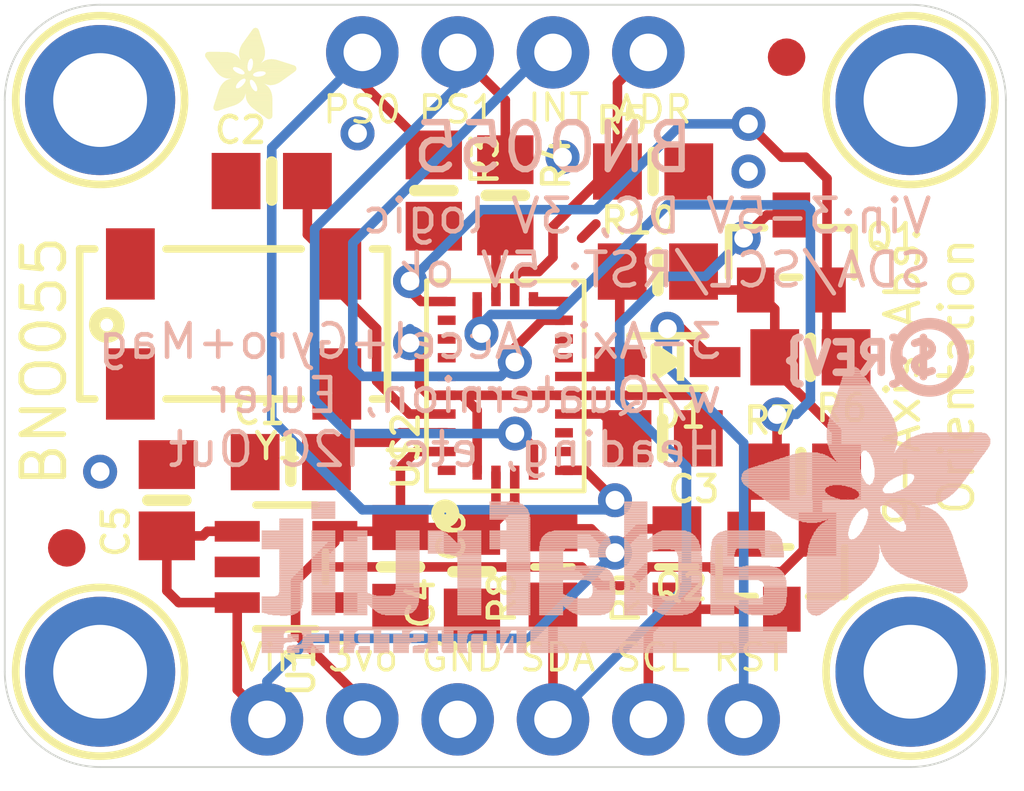
<source format=kicad_pcb>
(kicad_pcb (version 20240108) (generator "pcbnew") (generator_version "8.0")
  (layers (0 "F.Cu" signal) (31 "B.Cu" signal) (34 "B.Paste" user) (35 "F.Paste" user) (36 "B.SilkS" user "B.Silkscreen") (37 "F.SilkS" user "F.Silkscreen") (38 "B.Mask" user) (39 "F.Mask" user) (44 "Edge.Cuts" user))
  (net 0 "")
  (net 1 "PS1_3V")
  (net 2 "PS0_3V")
  (net 3 "NRESET_3V")
  (net 4 "INT_3V")
  (net 5 "GND")
  (net 6 "I2CADDR_3V")
  (net 7 "SDA_3V")
  (net 8 "SCL_3V")
  (net 9 "N$1")
  (net 10 "N$2")
  (net 11 "N$3")
  (net 12 "5.0V")
  (net 13 "SDA_5V")
  (net 14 "SCL_5V")
  (net 15 "3.3V")
  (net 16 "RST_5V")
  (footprint "Adafruit BNO055:_0805MP" (layer "F.Cu") (at 153.0731 109.8296 90)
    (property "Reference" "R9" (at -1.5875 -0.9525 90) (layer "F.SilkS") (effects (font (size 0.692831 0.692831) (thickness 0.119969)) (justify left bottom)))
    (property "Value" "10K")
    (pad "1" smd rect (at -1.016 0 90) (size 1.2 1.3) (layers "F.Cu" "F.Paste" "F.Mask") (net 14 "SCL_5V"))
    (pad "2" smd rect (at 1.016 0 90) (size 1.2 1.3) (layers "F.Cu" "F.Paste" "F.Mask") (net 12 "5.0V"))
  )
  (footprint "Adafruit BNO055:ADAFRUIT_2.5MM" (layer "F.Cu") (at 140.5001 97.8916)
    (property "Reference" "U$33" (hide yes))
    (property "Value" "" (hide yes))
  )
  (footprint "Adafruit BNO055:MOUNTINGHOLE_2.5_PLATED_THICK" (layer "F.Cu") (at 137.7061 97.3836)
    (property "Reference" "U$29" (hide yes))
    (property "Value" "MOUNTINGHOLE2.5_THICK" (hide yes))
    (pad "P$1" thru_hole circle (at 0 0) (size 4 4) (drill 2.5) (layers "*.Cu" "*.Mask"))
  )
  (footprint "Adafruit BNO055:SOT23-WIDE" (layer "F.Cu") (at 156.1211 101.4476)
    (property "Reference" "Q1" (at 1.905 0 0) (layer "F.SilkS") (effects (font (size 0.692831 0.692831) (thickness 0.119969)) (justify left bottom)))
    (property "Value" "BSS138")
    (pad "1" smd rect (at -0.95 1) (size 1 1.2) (layers "F.Cu" "F.Paste" "F.Mask") (net 15 "3.3V"))
    (pad "2" smd rect (at 0.95 1) (size 1 1.2) (layers "F.Cu" "F.Paste" "F.Mask") (net 7 "SDA_3V"))
    (pad "3" smd rect (at 0 -1) (size 1 1.2) (layers "F.Cu" "F.Paste" "F.Mask") (net 13 "SDA_5V"))
  )
  (footprint "Adafruit BNO055:1X04_ROUND_76" (layer "F.Cu") (at 148.5011 96.1136)
    (property "Reference" "JP2" (hide yes))
    (property "Value" "")
    (pad "1" thru_hole circle (at -3.81 0 90) (size 1.9304 1.9304) (drill 1) (layers "*.Cu" "*.Mask") (net 2 "PS0_3V"))
    (pad "2" thru_hole circle (at -1.27 0 90) (size 1.9304 1.9304) (drill 1) (layers "*.Cu" "*.Mask") (net 1 "PS1_3V"))
    (pad "3" thru_hole circle (at 1.27 0 90) (size 1.9304 1.9304) (drill 1) (layers "*.Cu" "*.Mask") (net 4 "INT_3V"))
    (pad "4" thru_hole circle (at 3.81 0 90) (size 1.9304 1.9304) (drill 1) (layers "*.Cu" "*.Mask") (net 6 "I2CADDR_3V"))
  )
  (footprint "Adafruit BNO055:CRYSTAL_8X3.8" (layer "F.Cu") (at 141.2621 103.3526 180)
    (property "Reference" "Y1" (at -1.9 -2.854 0) (layer "F.SilkS") (effects (font (size 0.692831 0.692831) (thickness 0.119969)) (justify right top)))
    (property "Value" "32.768kHz")
    (pad "P$1" smd rect (at -2.75 1.6 180) (size 1.3 1.9) (layers "F.Cu" "F.Paste" "F.Mask") (net 10 "N$2"))
    (pad "P$2" smd rect (at 2.75 1.6 180) (size 1.3 1.9) (layers "F.Cu" "F.Paste" "F.Mask"))
    (pad "P$3" smd rect (at 2.75 -1.6 180) (size 1.3 1.9) (layers "F.Cu" "F.Paste" "F.Mask"))
    (pad "P$4" smd rect (at -2.75 -1.6 180) (size 1.3 1.9) (layers "F.Cu" "F.Paste" "F.Mask") (net 9 "N$1"))
  )
  (footprint "Adafruit BNO055:0805-NO" (layer "F.Cu") (at 142.2781 99.5426)
    (property "Reference" "C2" (at -1.5875 -0.9525 0) (layer "F.SilkS") (effects (font (size 0.692831 0.692831) (thickness 0.119969)) (justify left bottom)))
    (property "Value" "22pF")
    (pad "1" smd rect (at -0.95 0) (size 1.3 1.5) (layers "F.Cu" "F.Paste" "F.Mask") (net 5 "GND"))
    (pad "2" smd rect (at 0.95 0) (size 1.3 1.5) (layers "F.Cu" "F.Paste" "F.Mask") (net 10 "N$2"))
  )
  (footprint "Adafruit BNO055:MOUNTINGHOLE_2.5_PLATED_THICK" (layer "F.Cu") (at 159.2961 97.3836)
    (property "Reference" "U$31" (hide yes))
    (property "Value" "MOUNTINGHOLE2.5_THICK" (hide yes))
    (pad "P$1" thru_hole circle (at 0 0) (size 4 4) (drill 2.5) (layers "*.Cu" "*.Mask"))
  )
  (footprint "Adafruit BNO055:0805-NO" (layer "F.Cu") (at 148.5011 99.9236 -90)
    (property "Reference" "R4" (at -1.5875 -0.9525 90) (layer "F.SilkS") (effects (font (size 0.692831 0.692831) (thickness 0.119969)) (justify right top)))
    (property "Value" "10K")
    (pad "1" smd rect (at -0.95 0 270) (size 1.3 1.5) (layers "F.Cu" "F.Paste" "F.Mask") (net 1 "PS1_3V"))
    (pad "2" smd rect (at 0.95 0 270) (size 1.3 1.5) (layers "F.Cu" "F.Paste" "F.Mask") (net 5 "GND"))
  )
  (footprint "Adafruit BNO055:1X06_ROUND_76" (layer "F.Cu") (at 148.5011 113.8936)
    (property "Reference" "JP1" (hide yes))
    (property "Value" "")
    (pad "1" thru_hole circle (at -6.35 0 90) (size 1.9304 1.9304) (drill 1) (layers "*.Cu" "*.Mask") (net 12 "5.0V"))
    (pad "2" thru_hole circle (at -3.81 0 90) (size 1.9304 1.9304) (drill 1) (layers "*.Cu" "*.Mask") (net 15 "3.3V"))
    (pad "3" thru_hole circle (at -1.27 0 90) (size 1.9304 1.9304) (drill 1) (layers "*.Cu" "*.Mask") (net 5 "GND"))
    (pad "4" thru_hole circle (at 1.27 0 90) (size 1.9304 1.9304) (drill 1) (layers "*.Cu" "*.Mask") (net 13 "SDA_5V"))
    (pad "5" thru_hole circle (at 3.81 0 90) (size 1.9304 1.9304) (drill 1) (layers "*.Cu" "*.Mask") (net 14 "SCL_5V"))
    (pad "6" thru_hole circle (at 6.35 0 90) (size 1.9304 1.9304) (drill 1) (layers "*.Cu" "*.Mask") (net 16 "RST_5V"))
  )
  (footprint "Adafruit BNO055:0805-NO" (layer "F.Cu") (at 152.4381 99.2886)
    (property "Reference" "R5" (at -1.5875 -0.9525 0) (layer "F.SilkS") (effects (font (size 0.692831 0.692831) (thickness 0.119969)) (justify left bottom)))
    (property "Value" "10K")
    (pad "1" smd rect (at -0.95 0) (size 1.3 1.5) (layers "F.Cu" "F.Paste" "F.Mask") (net 6 "I2CADDR_3V"))
    (pad "2" smd rect (at 0.95 0) (size 1.3 1.5) (layers "F.Cu" "F.Paste" "F.Mask") (net 5 "GND"))
  )
  (footprint "Adafruit BNO055:BNO055" (layer "F.Cu") (at 148.5011 105.0036 90)
    (property "Reference" "U$2" (at -2.84 -2.248 90) (layer "F.SilkS") (effects (font (size 0.692831 0.692831) (thickness 0.119969)) (justify left bottom)))
    (property "Value" "BNO055")
    (pad "1" smd rect (at -2.25 -1.5625 90) (size 0.25 0.475) (layers "F.Cu" "F.Paste" "F.Mask"))
    (pad "2" smd rect (at -2.3125 -0.75 90) (size 0.375 0.25) (layers "F.Cu" "F.Paste" "F.Mask") (net 5 "GND"))
    (pad "3" smd rect (at -2.3125 -0.25 90) (size 0.375 0.25) (layers "F.Cu" "F.Paste" "F.Mask") (net 15 "3.3V"))
    (pad "4" smd rect (at -2.3125 0.25 90) (size 0.375 0.25) (layers "F.Cu" "F.Paste" "F.Mask") (net 15 "3.3V"))
    (pad "5" smd rect (at -2.3125 0.75 90) (size 0.375 0.25) (layers "F.Cu" "F.Paste" "F.Mask") (net 1 "PS1_3V"))
    (pad "6" smd rect (at -2.25 1.5625 90) (size 0.25 0.475) (layers "F.Cu" "F.Paste" "F.Mask") (net 2 "PS0_3V"))
    (pad "7" smd rect (at -1.75 1.5625 90) (size 0.25 0.475) (layers "F.Cu" "F.Paste" "F.Mask"))
    (pad "8" smd rect (at -1.25 1.5625 90) (size 0.25 0.475) (layers "F.Cu" "F.Paste" "F.Mask"))
    (pad "9" smd rect (at -0.75 1.5625 90) (size 0.25 0.475) (layers "F.Cu" "F.Paste" "F.Mask") (net 11 "N$3"))
    (pad "10" smd rect (at -0.25 1.5625 90) (size 0.25 0.475) (layers "F.Cu" "F.Paste" "F.Mask") (net 5 "GND"))
    (pad "11" smd rect (at 0.25 1.5625 90) (size 0.25 0.475) (layers "F.Cu" "F.Paste" "F.Mask") (net 3 "NRESET_3V"))
    (pad "12" smd rect (at 0.75 1.5625 90) (size 0.25 0.475) (layers "F.Cu" "F.Paste" "F.Mask"))
    (pad "13" smd rect (at 1.25 1.5625 90) (size 0.25 0.475) (layers "F.Cu" "F.Paste" "F.Mask"))
    (pad "14" smd rect (at 1.75 1.5625 90) (size 0.25 0.475) (layers "F.Cu" "F.Paste" "F.Mask") (net 4 "INT_3V"))
    (pad "15" smd rect (at 2.25 1.5625 90) (size 0.25 0.475) (layers "F.Cu" "F.Paste" "F.Mask") (net 5 "GND"))
    (pad "16" smd rect (at 2.3125 0.75 90) (size 0.375 0.25) (layers "F.Cu" "F.Paste" "F.Mask") (net 5 "GND"))
    (pad "17" smd rect (at 2.3125 0.25 90) (size 0.375 0.25) (layers "F.Cu" "F.Paste" "F.Mask") (net 6 "I2CADDR_3V"))
    (pad "18" smd rect (at 2.3125 -0.25 90) (size 0.375 0.25) (layers "F.Cu" "F.Paste" "F.Mask") (net 5 "GND"))
    (pad "19" smd rect (at 2.3125 -0.75 90) (size 0.375 0.25) (layers "F.Cu" "F.Paste" "F.Mask") (net 8 "SCL_3V"))
    (pad "20" smd rect (at 2.25 -1.5625 90) (size 0.25 0.475) (layers "F.Cu" "F.Paste" "F.Mask") (net 7 "SDA_3V"))
    (pad "21" smd rect (at 1.75 -1.5625 90) (size 0.25 0.475) (layers "F.Cu" "F.Paste" "F.Mask"))
    (pad "22" smd rect (at 1.25 -1.5625 90) (size 0.25 0.475) (layers "F.Cu" "F.Paste" "F.Mask"))
    (pad "23" smd rect (at 0.75 -1.5625 90) (size 0.25 0.475) (layers "F.Cu" "F.Paste" "F.Mask"))
    (pad "24" smd rect (at 0.25 -1.5625 90) (size 0.25 0.475) (layers "F.Cu" "F.Paste" "F.Mask"))
    (pad "25" smd rect (at -0.25 -1.5625 90) (size 0.25 0.475) (layers "F.Cu" "F.Paste" "F.Mask") (net 5 "GND"))
    (pad "26" smd rect (at -0.75 -1.5625 90) (size 0.25 0.475) (layers "F.Cu" "F.Paste" "F.Mask") (net 10 "N$2"))
    (pad "27" smd rect (at -1.25 -1.5625 90) (size 0.25 0.475) (layers "F.Cu" "F.Paste" "F.Mask") (net 9 "N$1"))
    (pad "28" smd rect (at -1.75 -1.5625 90) (size 0.25 0.475) (layers "F.Cu" "F.Paste" "F.Mask") (net 15 "3.3V"))
  )
  (footprint "Adafruit BNO055:SOT23-5" (layer "F.Cu") (at 142.6591 109.8296 -90)
    (property "Reference" "U1" (at 1.978 0 90) (layer "F.SilkS") (effects (font (size 0.692831 0.692831) (thickness 0.119969)) (justify right top)))
    (property "Value" "MIC5225-3.3")
    (pad "1" smd rect (at -0.95 1.3001 270) (size 0.55 1.2) (layers "F.Cu" "F.Paste" "F.Mask") (net 12 "5.0V"))
    (pad "2" smd rect (at 0 1.3001 270) (size 0.55 1.2) (layers "F.Cu" "F.Paste" "F.Mask") (net 5 "GND"))
    (pad "3" smd rect (at 0.95 1.3001 270) (size 0.55 1.2) (layers "F.Cu" "F.Paste" "F.Mask") (net 12 "5.0V"))
    (pad "4" smd rect (at 0.95 -1.3001 270) (size 0.55 1.2) (layers "F.Cu" "F.Paste" "F.Mask"))
    (pad "5" smd rect (at -0.95 -1.3001 270) (size 0.55 1.2) (layers "F.Cu" "F.Paste" "F.Mask") (net 15 "3.3V"))
  )
  (footprint "Adafruit BNO055:0805-NO" (layer "F.Cu") (at 152.5651 101.9556)
    (property "Reference" "R10" (at -1.5875 -0.9525 0) (layer "F.SilkS") (effects (font (size 0.692831 0.692831) (thickness 0.119969)) (justify left bottom)))
    (property "Value" "10K")
    (pad "1" smd rect (at -0.95 0) (size 1.3 1.5) (layers "F.Cu" "F.Paste" "F.Mask") (net 3 "NRESET_3V"))
    (pad "2" smd rect (at 0.95 0) (size 1.3 1.5) (layers "F.Cu" "F.Paste" "F.Mask") (net 15 "3.3V"))
  )
  (footprint "Adafruit BNO055:SOT23-WIDE" (layer "F.Cu") (at 155.8671 109.9566 180)
    (property "Reference" "Q2" (at 1.905 0 0) (layer "F.SilkS") (effects (font (size 0.692831 0.692831) (thickness 0.119969)) (justify right top)))
    (property "Value" "BSS138")
    (pad "1" smd rect (at -0.95 1 180) (size 1 1.2) (layers "F.Cu" "F.Paste" "F.Mask") (net 15 "3.3V"))
    (pad "2" smd rect (at 0.95 1 180) (size 1 1.2) (layers "F.Cu" "F.Paste" "F.Mask") (net 8 "SCL_3V"))
    (pad "3" smd rect (at 0 -1 180) (size 1 1.2) (layers "F.Cu" "F.Paste" "F.Mask") (net 14 "SCL_5V"))
  )
  (footprint "Adafruit BNO055:0805-NO" (layer "F.Cu") (at 152.6921 106.4006 180)
    (property "Reference" "C3" (at -1.5875 -0.9525 0) (layer "F.SilkS") (effects (font (size 0.692831 0.692831) (thickness 0.119969)) (justify right top)))
    (property "Value" "0.1uF")
    (pad "1" smd rect (at -0.95 0 180) (size 1.3 1.5) (layers "F.Cu" "F.Paste" "F.Mask") (net 5 "GND"))
    (pad "2" smd rect (at 0.95 0 180) (size 1.3 1.5) (layers "F.Cu" "F.Paste" "F.Mask") (net 11 "N$3"))
  )
  (footprint "Adafruit BNO055:0805-NO" (layer "F.Cu") (at 142.7861 107.0356)
    (property "Reference" "C1" (at -1.5875 -0.9525 0) (layer "F.SilkS") (effects (font (size 0.692831 0.692831) (thickness 0.119969)) (justify left bottom)))
    (property "Value" "22pF")
    (pad "1" smd rect (at -0.95 0) (size 1.3 1.5) (layers "F.Cu" "F.Paste" "F.Mask") (net 5 "GND"))
    (pad "2" smd rect (at 0.95 0) (size 1.3 1.5) (layers "F.Cu" "F.Paste" "F.Mask") (net 9 "N$1"))
  )
  (footprint "Adafruit BNO055:SOD-323" (layer "F.Cu") (at 152.8191 104.3686 180)
    (property "Reference" "D1" (at -1.1 -1 0) (layer "F.SilkS") (effects (font (size 0.692831 0.692831) (thickness 0.119969)) (justify right top)))
    (property "Value" "1n4148")
    (pad "A" smd rect (at 1.27 0 180) (size 1.35 0.8) (layers "F.Cu" "F.Paste" "F.Mask") (net 3 "NRESET_3V"))
    (pad "C" smd rect (at -1.27 0 180) (size 1.35 0.8) (layers "F.Cu" "F.Paste" "F.Mask") (net 16 "RST_5V"))
  )
  (footprint "Adafruit BNO055:MOUNTINGHOLE_2.5_PLATED_THICK" (layer "F.Cu") (at 159.2961 112.6236)
    (property "Reference" "U$32" (hide yes))
    (property "Value" "MOUNTINGHOLE2.5_THICK" (hide yes))
    (pad "P$1" thru_hole circle (at 0 0) (size 4 4) (drill 2.5) (layers "*.Cu" "*.Mask"))
  )
  (footprint "Adafruit BNO055:FIDUCIAL_1MM" (layer "F.Cu") (at 136.8171 109.3216)
    (property "Reference" "FID2" (hide yes))
    (property "Value" "FIDUCIAL\"\"" (hide yes))
    (pad "1" smd roundrect (at 0 0) (size 1 1) (layers "F.Cu" "F.Mask") (roundrect_rratio 0.5))
  )
  (footprint "Adafruit BNO055:0805_10MGAP" (layer "F.Cu") (at 145.7071 109.8296 -90)
    (property "Reference" "C6" (at -1.5875 -0.9525 90) (layer "F.SilkS") (effects (font (size 0.692831 0.692831) (thickness 0.119969)) (justify right top)))
    (property "Value" "10uF")
    (pad "1" smd rect (at -1.05 0 270) (size 1.2 1.5) (layers "F.Cu" "F.Paste" "F.Mask") (net 15 "3.3V"))
    (pad "2" smd rect (at 1.05 0 270) (size 1.2 1.5) (layers "F.Cu" "F.Paste" "F.Mask") (net 5 "GND"))
  )
  (footprint "Adafruit BNO055:0805-NO" (layer "F.Cu") (at 156.6291 104.2416 180)
    (property "Reference" "R6" (at -1.5875 -0.9525 0) (layer "F.SilkS") (effects (font (size 0.692831 0.692831) (thickness 0.119969)) (justify right top)))
    (property "Value" "10K")
    (pad "1" smd rect (at -0.95 0 180) (size 1.3 1.5) (layers "F.Cu" "F.Paste" "F.Mask") (net 7 "SDA_3V"))
    (pad "2" smd rect (at 0.95 0 180) (size 1.3 1.5) (layers "F.Cu" "F.Paste" "F.Mask") (net 15 "3.3V"))
  )
  (footprint "Adafruit BNO055:0805-NO" (layer "F.Cu") (at 146.5961 99.7966 -90)
    (property "Reference" "R3" (at -1.5875 -0.9525 90) (layer "F.SilkS") (effects (font (size 0.692831 0.692831) (thickness 0.119969)) (justify right top)))
    (property "Value" "10K")
    (pad "1" smd rect (at -0.95 0 270) (size 1.3 1.5) (layers "F.Cu" "F.Paste" "F.Mask") (net 2 "PS0_3V"))
    (pad "2" smd rect (at 0.95 0 270) (size 1.3 1.5) (layers "F.Cu" "F.Paste" "F.Mask") (net 5 "GND"))
  )
  (footprint "Adafruit BNO055:0805_10MGAP" (layer "F.Cu") (at 147.6121 109.9566 90)
    (property "Reference" "C4" (at -1.5875 -0.9525 90) (layer "F.SilkS") (effects (font (size 0.692831 0.692831) (thickness 0.119969)) (justify left bottom)))
    (property "Value" "0.1uF")
    (pad "1" smd rect (at -1.05 0 90) (size 1.2 1.5) (layers "F.Cu" "F.Paste" "F.Mask") (net 5 "GND"))
    (pad "2" smd rect (at 1.05 0 90) (size 1.2 1.5) (layers "F.Cu" "F.Paste" "F.Mask") (net 15 "3.3V"))
  )
  (footprint "Adafruit BNO055:MOUNTINGHOLE_2.5_PLATED_THICK" (layer "F.Cu") (at 137.7061 112.6236)
    (property "Reference" "U$30" (hide yes))
    (property "Value" "MOUNTINGHOLE2.5_THICK" (hide yes))
    (pad "P$1" thru_hole circle (at 0 0) (size 4 4) (drill 2.5) (layers "*.Cu" "*.Mask"))
  )
  (footprint "Adafruit BNO055:0805-NO" (layer "F.Cu") (at 139.4841 108.0516 90)
    (property "Reference" "C5" (at -1.5875 -0.9525 90) (layer "F.SilkS") (effects (font (size 0.692831 0.692831) (thickness 0.119969)) (justify left bottom)))
    (property "Value" "10uF")
    (pad "1" smd rect (at -0.95 0 90) (size 1.3 1.5) (layers "F.Cu" "F.Paste" "F.Mask") (net 12 "5.0V"))
    (pad "2" smd rect (at 0.95 0 90) (size 1.3 1.5) (layers "F.Cu" "F.Paste" "F.Mask") (net 5 "GND"))
  )
  (footprint "Adafruit BNO055:FIDUCIAL_1MM" (layer "F.Cu") (at 155.9941 96.2406)
    (property "Reference" "FID1" (hide yes))
    (property "Value" "FIDUCIAL\"\"" (hide yes))
    (pad "1" smd roundrect (at 0 0) (size 1 1) (layers "F.Cu" "F.Mask") (roundrect_rratio 0.5))
  )
  (footprint "Adafruit BNO055:0805-NO" (layer "F.Cu") (at 156.3751 107.2896)
    (property "Reference" "R7" (at -1.5875 -0.9525 0) (layer "F.SilkS") (effects (font (size 0.692831 0.692831) (thickness 0.119969)) (justify left bottom)))
    (property "Value" "10K")
    (pad "1" smd rect (at -0.95 0) (size 1.3 1.5) (layers "F.Cu" "F.Paste" "F.Mask") (net 8 "SCL_3V"))
    (pad "2" smd rect (at 0.95 0) (size 1.3 1.5) (layers "F.Cu" "F.Paste" "F.Mask") (net 15 "3.3V"))
  )
  (footprint "Adafruit BNO055:_0805MP" (layer "F.Cu") (at 149.7711 109.8296 90)
    (property "Reference" "R8" (at -1.5875 -0.9525 90) (layer "F.SilkS") (effects (font (size 0.692831 0.692831) (thickness 0.119969)) (justify left bottom)))
    (property "Value" "10K")
    (pad "1" smd rect (at -1.016 0 90) (size 1.2 1.3) (layers "F.Cu" "F.Paste" "F.Mask") (net 13 "SDA_5V"))
    (pad "2" smd rect (at 1.016 0 90) (size 1.2 1.3) (layers "F.Cu" "F.Paste" "F.Mask") (net 12 "5.0V"))
  )
  (footprint "Adafruit BNO055:PCBFEAT-REV-040" (layer "B.Cu") (at 159.8041 104.2416 180)
    (property "Reference" "U$3" (hide yes))
    (property "Value" "" (hide yes))
    (fp_text user "${REV}" (at -0.3556 -0.508 0) (layer "B.SilkS") (effects (font (size 0.8128 0.8128) (thickness 0.2032)) (justify left bottom mirror)))
  )
  (footprint "Adafruit BNO055:ADAFRUIT_TEXT_20MM" (layer "B.Cu") (at 161.5821 112.1156 180)
    (property "Reference" "U$28" (hide yes))
    (property "Value" "" (hide yes))
  )
  (gr_line (start 135.1661 112.6236) (end 135.1661 97.3836) (stroke (width 0.05)) (layer "Edge.Cuts"))
  (gr_arc (start 137.7061 115.1636) (mid 135.910049 114.419651) (end 135.1661 112.6236) (stroke (width 0.05)) (layer "Edge.Cuts"))
  (gr_line (start 161.8361 97.3836) (end 161.8361 112.6236) (stroke (width 0.05)) (layer "Edge.Cuts"))
  (gr_arc (start 135.1661 97.3836) (mid 135.910049 95.587549) (end 137.7061 94.8436) (stroke (width 0.05)) (layer "Edge.Cuts"))
  (gr_arc (start 159.2961 94.8436) (mid 161.092151 95.587549) (end 161.8361 97.3836) (stroke (width 0.05)) (layer "Edge.Cuts"))
  (gr_line (start 137.7061 94.8436) (end 159.2961 94.8436) (stroke (width 0.05)) (layer "Edge.Cuts"))
  (gr_arc (start 161.8361 112.6236) (mid 161.092151 114.419651) (end 159.2961 115.1636) (stroke (width 0.05)) (layer "Edge.Cuts"))
  (gr_line (start 159.2961 115.1636) (end 137.7061 115.1636) (stroke (width 0.05)) (layer "Edge.Cuts"))
  (gr_text "Vin:3-5V DC, 3V logic\nSDA/SCL/RST: 5V ok" (at 159.9311 101.1936 0) (layer "B.SilkS") (effects (font (size 0.89408 0.89408) (thickness 0.12192)) (justify left mirror)))
  (gr_text "3-Axis Accel+Gyro+Mag\nw/Quaternion, Euler\nHeading, etc. I2C Out" (at 154.3431 105.2576 0) (layer "B.SilkS") (effects (font (size 0.89408 0.89408) (thickness 0.12192)) (justify left mirror)))
  (gr_text "BNO055" (at 149.7711 98.6536 0) (layer "B.SilkS") (effects (font (size 1.251712 1.251712) (thickness 0.170688)) (justify mirror)))
  (gr_text "PS1" (at 147.2261 97.6376 0) (layer "F.SilkS") (effects (font (size 0.715264 0.715264) (thickness 0.097536))))
  (gr_text "PS0" (at 144.6861 97.6376 0) (layer "F.SilkS") (effects (font (size 0.715264 0.715264) (thickness 0.097536))))
  (gr_text "INT" (at 149.9241 97.5896 0) (layer "F.SilkS") (effects (font (size 0.715264 0.715264) (thickness 0.097536))))
  (gr_text "Vin" (at 142.2401 112.2426 0) (layer "F.SilkS") (effects (font (size 0.715264 0.715264) (thickness 0.097536))))
  (gr_text "ADR" (at 152.4471 97.6376 0) (layer "F.SilkS") (effects (font (size 0.715264 0.715264) (thickness 0.097536))))
  (gr_text "RST" (at 155.0131 112.2426 0) (layer "F.SilkS") (effects (font (size 0.715264 0.715264) (thickness 0.097536))))
  (gr_text "GND" (at 147.3531 112.2426 0) (layer "F.SilkS") (effects (font (size 0.715264 0.715264) (thickness 0.097536))))
  (gr_text "SDA" (at 149.8931 112.2426 0) (layer "F.SilkS") (effects (font (size 0.715264 0.715264) (thickness 0.097536))))
  (gr_text "9-Axis Abs.\nOrientation" (at 159.8041 104.7496 90) (layer "F.SilkS") (effects (font (size 0.89408 0.89408) (thickness 0.12192))))
  (gr_text "3vo" (at 144.7131 112.2426 0) (layer "F.SilkS") (effects (font (size 0.715264 0.715264) (thickness 0.097536))))
  (gr_text "SCL" (at 152.4331 112.2426 0) (layer "F.SilkS") (effects (font (size 0.715264 0.715264) (thickness 0.097536))))
  (gr_text "BNO055" (at 136.2161 104.3466 90) (layer "F.SilkS") (effects (font (size 1.1176 1.1176) (thickness 0.1524))))
  (segment (start 147.2311 96.1136) (end 148.5011 97.3836) (width 0.254) (layer "F.Cu") (net 1))
  (segment (start 149.2511 106.6426) (end 148.8821 106.2736) (width 0.254) (layer "F.Cu") (net 1))
  (segment (start 149.2511 107.3161) (end 149.2511 106.6426) (width 0.254) (layer "F.Cu") (net 1))
  (segment (start 148.5011 97.3836) (end 148.5011 98.9736) (width 0.254) (layer "F.Cu") (net 1))
  (segment (start 148.8821 106.2736) (end 148.7551 106.2736) (width 0.254) (layer "F.Cu") (net 1))
  (via (at 148.7551 106.2736) (size 0.9064) (drill 0.5) (layers "F.Cu" "B.Cu") (net 1))
  (segment (start 143.4211 105.3846) (end 143.4211 100.8126) (width 0.254) (layer "B.Cu") (net 1))
  (segment (start 148.7551 106.2736) (end 144.3101 106.2736) (width 0.254) (layer "B.Cu") (net 1))
  (segment (start 143.4211 100.8126) (end 147.2311 97.0026) (width 0.254) (layer "B.Cu") (net 1))
  (segment (start 144.3101 106.2736) (end 143.4211 105.3846) (width 0.254) (layer "B.Cu") (net 1))
  (segment (start 147.2311 97.0026) (end 147.2311 96.1136) (width 0.254) (layer "B.Cu") (net 1))
  (segment (start 144.6911 96.9416) (end 146.5961 98.8466) (width 0.254) (layer "F.Cu") (net 2))
  (segment (start 144.6911 96.1136) (end 144.6911 96.9416) (width 0.254) (layer "F.Cu") (net 2))
  (segment (start 150.6241 107.2536) (end 151.4221 108.0516) (width 0.254) (layer "F.Cu") (net 2))
  (segment (start 150.0636 107.2536) (end 150.6241 107.2536) (width 0.254) (layer "F.Cu") (net 2))
  (via (at 151.4221 108.0516) (size 0.9064) (drill 0.5) (layers "F.Cu" "B.Cu") (net 2))
  (segment (start 144.6911 96.1136) (end 144.6911 96.2406) (width 0.254) (layer "B.Cu") (net 2))
  (segment (start 142.2781 105.8926) (end 144.6911 108.3056) (width 0.254) (layer "B.Cu") (net 2))
  (segment (start 142.2781 98.6536) (end 142.2781 105.8926) (width 0.254) (layer "B.Cu") (net 2))
  (segment (start 144.6911 96.2406) (end 142.2781 98.6536) (width 0.254) (layer "B.Cu") (net 2))
  (segment (start 144.6911 108.3056) (end 151.1681 108.3056) (width 0.254) (layer "B.Cu") (net 2))
  (segment (start 151.1681 108.3056) (end 151.4221 108.0516) (width 0.254) (layer "B.Cu") (net 2))
  (segment (start 151.6151 101.9556) (end 151.5491 101.8896) (width 0.254) (layer "F.Cu") (net 3))
  (segment (start 151.4181 104.7536) (end 151.5491 104.6226) (width 0.254) (layer "F.Cu") (net 3))
  (segment (start 151.5491 104.6226) (end 151.5491 104.3686) (width 0.254) (layer "F.Cu") (net 3))
  (segment (start 150.0636 104.7536) (end 151.4181 104.7536) (width 0.254) (layer "F.Cu") (net 3))
  (segment (start 151.5491 101.8896) (end 151.5491 104.3686) (width 0.254) (layer "F.Cu") (net 3))
  (segment (start 149.4891 103.2536) (end 148.7551 103.9876) (width 0.254) (layer "F.Cu") (net 4))
  (segment (start 148.7551 103.9876) (end 148.7551 104.3686) (width 0.254) (layer "F.Cu") (net 4))
  (segment (start 150.0636 103.2536) (end 149.4891 103.2536) (width 0.254) (layer "F.Cu") (net 4))
  (via (at 148.7551 104.3686) (size 0.9064) (drill 0.5) (layers "F.Cu" "B.Cu") (net 4))
  (segment (start 144.4371 101.1936) (end 149.5171 96.1136) (width 0.254) (layer "B.Cu") (net 4))
  (segment (start 149.5171 96.1136) (end 149.7711 96.1136) (width 0.254) (layer "B.Cu") (net 4))
  (segment (start 148.3741 104.7496) (end 148.7551 104.3686) (width 0.254) (layer "B.Cu") (net 4))
  (segment (start 144.6911 104.7496) (end 148.3741 104.7496) (width 0.254) (layer "B.Cu") (net 4))
  (segment (start 144.4371 104.4956) (end 144.4371 101.1936) (width 0.254) (layer "B.Cu") (net 4))
  (segment (start 144.6911 104.7496) (end 144.4371 104.4956) (width 0.254) (layer "B.Cu") (net 4))
  (segment (start 153.7081 106.3346) (end 153.6421 106.4006) (width 0.254) (layer "F.Cu") (net 5))
  (segment (start 153.7081 105.2576) (end 153.7081 106.3346) (width 0.254) (layer "F.Cu") (net 5))
  (segment (start 149.3136 102.7536) (end 150.0636 102.7536) (width 0.254) (layer "F.Cu") (net 5))
  (segment (start 147.7511 107.3161) (end 147.7511 105.6506) (width 0.254) (layer "F.Cu") (net 5))
  (segment (start 147.4216 105.3211) (end 147.3541 105.2536) (width 0.254) (layer "F.Cu") (net 5))
  (segment (start 150.0636 105.2536) (end 147.4891 105.2536) (width 0.254) (layer "F.Cu") (net 5))
  (segment (start 148.2511 102.6911) (end 148.2511 101.1236) (width 0.254) (layer "F.Cu") (net 5))
  (segment (start 150.0636 105.2536) (end 153.7041 105.2536) (width 0.254) (layer "F.Cu") (net 5))
  (segment (start 146.4651 105.2536) (end 146.2151 105.0036) (width 0.254) (layer "F.Cu") (net 5))
  (segment (start 148.2511 101.1236) (end 148.5011 100.8736) (width 0.254) (layer "F.Cu") (net 5))
  (segment (start 147.7511 105.6506) (end 147.4216 105.3211) (width 0.254) (layer "F.Cu") (net 5))
  (segment (start 149.2511 102.6911) (end 149.3136 102.7536) (width 0.254) (layer "F.Cu") (net 5))
  (segment (start 147.3541 105.2536) (end 146.9386 105.2536) (width 0.254) (layer "F.Cu") (net 5))
  (segment (start 146.9386 105.2536) (end 146.4651 105.2536) (width 0.254) (layer "F.Cu") (net 5))
  (segment (start 153.0731 99.2886) (end 153.3881 99.2886) (width 0.254) (layer "F.Cu") (net 5))
  (segment (start 153.7041 105.2536) (end 153.7081 105.2576) (width 0.254) (layer "F.Cu") (net 5))
  (segment (start 150.5331 101.0666) (end 150.9141 100.6856) (width 0.254) (layer "F.Cu") (net 5))
  (segment (start 147.4891 105.2536) (end 147.4216 105.3211) (width 0.254) (layer "F.Cu") (net 5))
  (segment (start 146.2151 105.0036) (end 146.2151 103.9876) (width 0.254) (layer "F.Cu") (net 5))
  (via (at 145.9611 103.8606) (size 0.9064) (drill 0.5) (layers "F.Cu" "B.Cu") (net 5))
  (via (at 137.7061 107.2896) (size 0.9064) (drill 0.5) (layers "F.Cu" "B.Cu") (net 5))
  (via (at 154.9781 99.2886) (size 0.9064) (drill 0.5) (layers "F.Cu" "B.Cu") (net 5))
  (via (at 150.0251 98.9076) (size 0.9064) (drill 0.5) (layers "F.Cu" "B.Cu") (net 5))
  (via (at 144.5641 98.2726) (size 0.9064) (drill 0.5) (layers "F.Cu" "B.Cu") (net 5))
  (segment (start 146.0881 103.6066) (end 145.9611 103.4796) (width 0.254) (layer "B.Cu") (net 5))
  (segment (start 148.7511 102.0866) (end 148.7511 102.6911) (width 0.254) (layer "F.Cu") (net 6))
  (segment (start 149.3901 101.9556) (end 148.8821 101.9556) (width 0.254) (layer "F.Cu") (net 6))
  (segment (start 148.8821 101.9556) (end 148.7511 102.0866) (width 0.254) (layer "F.Cu") (net 6))
  (segment (start 151.4881 99.2886) (end 151.4881 96.9366) (width 0.254) (layer "F.Cu") (net 6))
  (segment (start 149.7711 101.5746) (end 149.7711 100.7516) (width 0.254) (layer "F.Cu") (net 6))
  (segment (start 149.3901 101.9556) (end 149.7711 101.5746) (width 0.254) (layer "F.Cu") (net 6))
  (segment (start 151.4881 96.9366) (end 152.3111 96.1136) (width 0.254) (layer "F.Cu") (net 6))
  (segment (start 151.2341 99.2886) (end 151.4881 99.2886) (width 0.254) (layer "F.Cu") (net 6))
  (segment (start 149.7711 100.7516) (end 151.2341 99.2886) (width 0.254) (layer "F.Cu") (net 6))
  (segment (start 157.5791 104.2416) (end 157.0711 103.7336) (width 0.254) (layer "F.Cu") (net 7))
  (segment (start 155.8671 98.9076) (end 154.9781 98.0186) (width 0.254) (layer "F.Cu") (net 7))
  (segment (start 157.0711 99.4766) (end 156.5021 98.9076) (width 0.254) (layer "F.Cu") (net 7))
  (segment (start 146.9386 102.7536) (end 146.2511 102.7536) (width 0.254) (layer "F.Cu") (net 7))
  (segment (start 145.9611 102.4636) (end 145.9611 102.2096) (width 0.254) (layer "F.Cu") (net 7))
  (segment (start 156.5021 98.9076) (end 155.8671 98.9076) (width 0.254) (layer "F.Cu") (net 7))
  (segment (start 146.2511 102.7536) (end 145.9611 102.4636) (width 0.254) (layer "F.Cu") (net 7))
  (segment (start 157.0711 102.4476) (end 157.0711 99.4766) (width 0.254) (layer "F.Cu") (net 7))
  (segment (start 157.0711 103.7336) (end 157.0711 102.4476) (width 0.254) (layer "F.Cu") (net 7))
  (via (at 145.9611 102.2096) (size 0.9064) (drill 0.5) (layers "F.Cu" "B.Cu") (net 7))
  (via (at 154.9781 98.0186) (size 0.9064) (drill 0.5) (layers "F.Cu" "B.Cu") (net 7))
  (segment (start 147.8661 100.3046) (end 145.9611 102.2096) (width 0.254) (layer "B.Cu") (net 7))
  (segment (start 150.9141 100.3046) (end 153.2001 98.0186) (width 0.254) (layer "B.Cu") (net 7))
  (segment (start 153.2001 98.0186) (end 154.9781 98.0186) (width 0.254) (layer "B.Cu") (net 7))
  (segment (start 147.8661 100.3046) (end 150.9141 100.3046) (width 0.254) (layer "B.Cu") (net 7))
  (segment (start 155.7401 105.7656) (end 155.7401 107.2236) (width 0.254) (layer "F.Cu") (net 8))
  (segment (start 155.6741 107.2896) (end 155.4251 107.2896) (width 0.254) (layer "F.Cu") (net 8))
  (segment (start 155.4251 107.2896) (end 154.9171 107.7976) (width 0.254) (layer "F.Cu") (net 8))
  (segment (start 155.7401 107.2236) (end 155.6741 107.2896) (width 0.254) (layer "F.Cu") (net 8))
  (segment (start 147.7511 103.4916) (end 147.8661 103.6066) (width 0.254) (layer "F.Cu") (net 8))
  (segment (start 154.9171 107.7976) (end 154.9171 108.9566) (width 0.254) (layer "F.Cu") (net 8))
  (segment (start 147.7511 102.6911) (end 147.7511 103.4916) (width 0.254) (layer "F.Cu") (net 8))
  (via (at 155.7401 105.7656) (size 0.9064) (drill 0.5) (layers "F.Cu" "B.Cu") (net 8))
  (via (at 147.8661 103.6066) (size 0.9064) (drill 0.5) (layers "F.Cu" "B.Cu") (net 8))
  (segment (start 147.8661 103.6066) (end 147.8661 103.3526) (width 0.254) (layer "B.Cu") (net 8))
  (segment (start 149.8981 103.0986) (end 152.8191 100.1776) (width 0.254) (layer "B.Cu") (net 8))
  (segment (start 156.6291 100.3046) (end 156.6291 105.3846) (width 0.254) (layer "B.Cu") (net 8))
  (segment (start 152.8191 100.1776) (end 156.5021 100.1776) (width 0.254) (layer "B.Cu") (net 8))
  (segment (start 156.2481 105.7656) (end 155.7401 105.7656) (width 0.254) (layer "B.Cu") (net 8))
  (segment (start 148.1201 103.0986) (end 149.8981 103.0986) (width 0.254) (layer "B.Cu") (net 8))
  (segment (start 156.6291 105.3846) (end 156.2481 105.7656) (width 0.254) (layer "B.Cu") (net 8))
  (segment (start 156.5021 100.1776) (end 156.6291 100.3046) (width 0.254) (layer "B.Cu") (net 8))
  (segment (start 147.8661 103.3526) (end 148.1201 103.0986) (width 0.254) (layer "B.Cu") (net 8))
  (segment (start 145.6941 106.2536) (end 145.4421 106.5056) (width 0.254) (layer "F.Cu") (net 9))
  (segment (start 145.4421 106.5056) (end 144.2661 106.5056) (width 0.254) (layer "F.Cu") (net 9))
  (segment (start 144.2661 105.2066) (end 144.2661 106.5056) (width 0.254) (layer "F.Cu") (net 9))
  (segment (start 144.2661 106.5056) (end 143.7361 107.0356) (width 0.254) (layer "F.Cu") (net 9))
  (segment (start 144.0121 104.9526) (end 144.2661 105.2066) (width 0.254) (layer "F.Cu") (net 9))
  (segment (start 146.9386 106.2536) (end 145.6941 106.2536) (width 0.254) (layer "F.Cu") (net 9))
  (segment (start 143.2281 100.9686) (end 144.0121 101.7526) (width 0.254) (layer "F.Cu") (net 10))
  (segment (start 145.0721 103.4796) (end 144.0121 102.4196) (width 0.254) (layer "F.Cu") (net 10))
  (segment (start 144.0121 102.4196) (end 144.0121 101.7526) (width 0.254) (layer "F.Cu") (net 10))
  (segment (start 143.2281 100.9686) (end 143.2281 99.5426) (width 0.254) (layer "F.Cu") (net 10))
  (segment (start 145.9491 105.7536) (end 145.0721 104.8766) (width 0.254) (layer "F.Cu") (net 10))
  (segment (start 145.0721 104.8766) (end 145.0721 103.4796) (width 0.254) (layer "F.Cu") (net 10))
  (segment (start 146.9386 105.7536) (end 145.9491 105.7536) (width 0.254) (layer "F.Cu") (net 10))
  (segment (start 151.0951 105.7536) (end 151.7421 106.4006) (width 0.254) (layer "F.Cu") (net 11))
  (segment (start 150.0636 105.7536) (end 151.0951 105.7536) (width 0.254) (layer "F.Cu") (net 11))
  (segment (start 142.1511 113.8936) (end 141.359 113.1015) (width 0.254) (layer "F.Cu") (net 12))
  (segment (start 152.0571 108.8136) (end 151.4221 109.4486) (width 0.254) (layer "F.Cu") (net 12))
  (segment (start 140.5611 108.8796) (end 140.4391 109.0016) (width 0.254) (layer "F.Cu") (net 12))
  (segment (start 153.0731 108.8136) (end 152.0571 108.8136) (width 0.254) (layer "F.Cu") (net 12))
  (segment (start 141.359 108.8796) (end 140.5611 108.8796) (width 0.254) (layer "F.Cu") (net 12))
  (segment (start 150.7871 108.8136) (end 151.4221 109.4486) (width 0.254) (layer "F.Cu") (net 12))
  (segment (start 149.7711 108.8136) (end 150.7871 108.8136) (width 0.254) (layer "F.Cu") (net 12))
  (segment (start 141.359 110.7796) (end 139.7991 110.7796) (width 0.254) (layer "F.Cu") (net 12))
  (segment (start 139.4841 110.4646) (end 139.4841 109.0016) (width 0.254) (layer "F.Cu") (net 12))
  (segment (start 141.359 113.1015) (end 141.359 110.7796) (width 0.254) (layer "F.Cu") (net 12))
  (segment (start 139.7991 110.7796) (end 139.4841 110.4646) (width 0.254) (layer "F.Cu") (net 12))
  (segment (start 140.4391 109.0016) (end 139.4841 109.0016) (width 0.254) (layer "F.Cu") (net 12))
  (via (at 151.4221 109.4486) (size 0.9064) (drill 0.5) (layers "F.Cu" "B.Cu") (net 12))
  (segment (start 151.4221 109.4486) (end 149.1361 111.7346) (width 0.254) (layer "B.Cu") (net 12))
  (segment (start 143.2941 111.7346) (end 142.1511 112.8776) (width 0.254) (layer "B.Cu") (net 12))
  (segment (start 149.1361 111.7346) (end 143.2941 111.7346) (width 0.254) (layer "B.Cu") (net 12))
  (segment (start 142.1511 112.8776) (end 142.1511 113.8936) (width 0.254) (layer "B.Cu") (net 12))
  (segment (start 149.7711 110.8456) (end 149.7711 113.8936) (width 0.254) (layer "F.Cu") (net 13))
  (segment (start 155.4701 100.4476) (end 156.1211 100.4476) (width 0.254) (layer "F.Cu") (net 13))
  (segment (start 154.8511 101.0666) (end 155.4701 100.4476) (width 0.254) (layer "F.Cu") (net 13))
  (via (at 154.8511 101.0666) (size 0.9064) (drill 0.5) (layers "F.Cu" "B.Cu") (net 13))
  (segment (start 153.3271 107.1626) (end 151.5491 105.3846) (width 0.254) (layer "B.Cu") (net 13))
  (segment (start 151.5491 105.3846) (end 151.5491 103.3526) (width 0.254) (layer "B.Cu") (net 13))
  (segment (start 149.7711 113.8936) (end 153.3271 110.3376) (width 0.254) (layer "B.Cu") (net 13))
  (segment (start 152.8191 102.0826) (end 153.8351 102.0826) (width 0.254) (layer "B.Cu") (net 13))
  (segment (start 153.3271 110.3376) (end 153.3271 107.1626) (width 0.254) (layer "B.Cu") (net 13))
  (segment (start 153.8351 102.0826) (end 154.8511 101.0666) (width 0.254) (layer "B.Cu") (net 13))
  (segment (start 151.5491 103.3526) (end 152.8191 102.0826) (width 0.254) (layer "B.Cu") (net 13))
  (segment (start 153.0731 110.8456) (end 153.1841 110.9566) (width 0.254) (layer "F.Cu") (net 14))
  (segment (start 153.1841 110.9566) (end 155.8671 110.9566) (width 0.254) (layer "F.Cu") (net 14))
  (segment (start 153.0071 110.8456) (end 153.0731 110.8456) (width 0.254) (layer "F.Cu") (net 14))
  (segment (start 152.3111 111.5416) (end 153.0071 110.8456) (width 0.254) (layer "F.Cu") (net 14))
  (segment (start 152.3111 113.8936) (end 152.3111 111.5416) (width 0.254) (layer "F.Cu") (net 14))
  (segment (start 143.9592 108.8796) (end 145.6071 108.8796) (width 0.254) (layer "F.Cu") (net 15))
  (segment (start 152.3111 109.8296) (end 153.9621 109.8296) (width 0.254) (layer "F.Cu") (net 15))
  (segment (start 143.2941 109.8296) (end 143.9592 109.1645) (width 0.254) (layer "F.Cu") (net 15))
  (segment (start 153.9621 109.8296) (end 154.0891 109.9566) (width 0.254) (layer "F.Cu") (net 15))
  (segment (start 147.4851 108.7796) (end 147.6121 108.9066) (width 0.254) (layer "F.Cu") (net 15))
  (segment (start 157.3251 107.2896) (end 156.8171 107.7976) (width 0.254) (layer "F.Cu") (net 15))
  (segment (start 144.6911 113.8936) (end 144.6911 113.3856) (width 0.254) (layer "F.Cu") (net 15))
  (segment (start 142.9131 110.2106) (end 143.2941 109.8296) (width 0.254) (layer "F.Cu") (net 15))
  (segment (start 155.1711 102.4476) (end 155.6791 102.9556) (width 0.254) (layer "F.Cu") (net 15))
  (segment (start 145.7071 108.7796) (end 147.4851 108.7796) (width 0.254) (layer "F.Cu") (net 15))
  (segment (start 146.9386 106.7536) (end 146.1161 106.7536) (width 0.254) (layer "F.Cu") (net 15))
  (segment (start 155.6791 102.9556) (end 155.6791 104.2416) (width 0.254) (layer "F.Cu") (net 15))
  (segment (start 147.9621 108.9066) (end 147.6121 108.9066) (width 0.254) (layer "F.Cu") (net 15))
  (segment (start 151.8031 110.3376) (end 152.3111 109.8296) (width 0.254) (layer "F.Cu") (net 15))
  (segment (start 151.0411 110.3376) (end 151.8031 110.3376) (width 0.254) (layer "F.Cu") (net 15))
  (segment (start 150.5331 109.8296) (end 151.0411 110.3376) (width 0.254) (layer "F.Cu") (net 15))
  (segment (start 148.2511 108.6176) (end 148.7511 108.1176) (width 0.254) (layer "F.Cu") (net 15))
  (segment (start 153.5151 101.9556) (end 154.0071 102.4476) (width 0.254) (layer "F.Cu") (net 15))
  (segment (start 142.9131 111.6076) (end 142.9131 110.2106) (width 0.254) (layer "F.Cu") (net 15))
  (segment (start 157.3251 106.2076) (end 157.3251 107.2896) (width 0.254) (layer "F.Cu") (net 15))
  (segment (start 154.0891 109.9566) (end 155.8671 109.9566) (width 0.254) (layer "F.Cu") (net 15))
  (segment (start 148.2511 107.3161) (end 148.2511 108.6176) (width 0.254) (layer "F.Cu") (net 15))
  (segment (start 144.6911 113.3856) (end 142.9131 111.6076) (width 0.254) (layer "F.Cu") (net 15))
  (segment (start 155.6791 104.5616) (end 157.3251 106.2076) (width 0.254) (layer "F.Cu") (net 15))
  (segment (start 148.2511 108.6176) (end 147.9621 108.9066) (width 0.254) (layer "F.Cu") (net 15))
  (segment (start 154.0071 102.4476) (end 155.1711 102.4476) (width 0.254) (layer "F.Cu") (net 15))
  (segment (start 157.1981 107.4166) (end 157.3251 107.2896) (width 0.254) (layer "F.Cu") (net 15))
  (segment (start 155.6791 104.2416) (end 155.6791 104.5616) (width 0.254) (layer "F.Cu") (net 15))
  (segment (start 143.2941 109.8296) (end 150.5331 109.8296) (width 0.254) (layer "F.Cu") (net 15))
  (segment (start 156.8171 107.7976) (end 156.8171 108.9566) (width 0.254) (layer "F.Cu") (net 15))
  (segment (start 143.9592 109.1645) (end 143.9592 108.8796) (width 0.254) (layer "F.Cu") (net 15))
  (segment (start 146.1161 106.7536) (end 145.7071 107.1626) (width 0.254) (layer "F.Cu") (net 15))
  (segment (start 145.6071 108.8796) (end 145.7071 108.7796) (width 0.254) (layer "F.Cu") (net 15))
  (segment (start 156.8171 109.0066) (end 156.8171 108.9566) (width 0.254) (layer "F.Cu") (net 15))
  (segment (start 155.8671 109.9566) (end 156.8171 109.0066) (width 0.254) (layer "F.Cu") (net 15))
  (segment (start 148.7511 107.3161) (end 148.7511 108.1176) (width 0.254) (layer "F.Cu") (net 15))
  (segment (start 145.7071 107.1626) (end 145.7071 108.7796) (width 0.254) (layer "F.Cu") (net 15))
  (segment (start 154.0891 104.3686) (end 153.2001 103.4796) (width 0.254) (layer "F.Cu") (net 16))
  (segment (start 153.2001 103.4796) (end 152.8191 103.4796) (width 0.254) (layer "F.Cu") (net 16))
  (via (at 152.8191 103.4796) (size 0.9064) (drill 0.5) (layers "F.Cu" "B.Cu") (net 16))
  (segment (start 152.8191 104.4956) (end 152.8191 103.4796) (width 0.254) (layer "B.Cu") (net 16))
  (segment (start 154.8511 106.5276) (end 152.8191 104.4956) (width 0.254) (layer "B.Cu") (net 16))
  (segment (start 154.8511 113.8936) (end 154.8511 106.5276) (width 0.254) (layer "B.Cu") (net 16))
)
</source>
